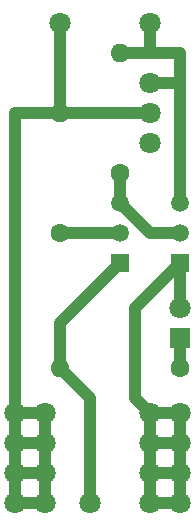
<source format=gbr>
%TF.GenerationSoftware,KiCad,Pcbnew,7.0.8*%
%TF.CreationDate,2023-10-09T16:54:35-07:00*%
%TF.ProjectId,decoder_head,6465636f-6465-4725-9f68-6561642e6b69,rev?*%
%TF.SameCoordinates,Original*%
%TF.FileFunction,Copper,L1,Top*%
%TF.FilePolarity,Positive*%
%FSLAX46Y46*%
G04 Gerber Fmt 4.6, Leading zero omitted, Abs format (unit mm)*
G04 Created by KiCad (PCBNEW 7.0.8) date 2023-10-09 16:54:35*
%MOMM*%
%LPD*%
G01*
G04 APERTURE LIST*
%TA.AperFunction,ComponentPad*%
%ADD10C,1.800000*%
%TD*%
%TA.AperFunction,ComponentPad*%
%ADD11C,1.600000*%
%TD*%
%TA.AperFunction,ComponentPad*%
%ADD12O,1.600000X1.600000*%
%TD*%
%TA.AperFunction,ComponentPad*%
%ADD13R,1.800000X1.800000*%
%TD*%
%TA.AperFunction,ComponentPad*%
%ADD14R,1.500000X1.500000*%
%TD*%
%TA.AperFunction,ComponentPad*%
%ADD15C,1.500000*%
%TD*%
%TA.AperFunction,Conductor*%
%ADD16C,1.000000*%
%TD*%
G04 APERTURE END LIST*
D10*
%TO.P,,1*%
%TO.N,N/C*%
X68580000Y-127000000D03*
%TD*%
%TO.P,,1*%
%TO.N,N/C*%
X57150000Y-127000000D03*
%TD*%
%TO.P,,1*%
%TO.N,N/C*%
X68580000Y-96520000D03*
%TD*%
%TO.P,GND,1*%
%TO.N,N/C*%
X63500000Y-127000000D03*
%TD*%
%TO.P,,1*%
%TO.N,N/C*%
X68580000Y-124460000D03*
%TD*%
%TO.P,,1*%
%TO.N,N/C*%
X59690000Y-119380000D03*
%TD*%
%TO.P,IN,1*%
%TO.N,N/C*%
X60960000Y-86360000D03*
%TD*%
D11*
%TO.P,1K,1*%
%TO.N,N/C*%
X66040000Y-99060000D03*
D12*
%TO.P,1K,2*%
X66040000Y-88900000D03*
%TD*%
D10*
%TO.P,,1*%
%TO.N,N/C*%
X68580000Y-93980000D03*
%TD*%
%TO.P,,1*%
%TO.N,N/C*%
X71120000Y-124460000D03*
%TD*%
%TO.P,,1*%
%TO.N,N/C*%
X57150000Y-119380000D03*
%TD*%
%TO.P,,1*%
%TO.N,N/C*%
X59690000Y-121920000D03*
%TD*%
%TO.P,,1*%
%TO.N,N/C*%
X71120000Y-121920000D03*
%TD*%
D13*
%TO.P,REF\u002A\u002A,1*%
%TO.N,N/C*%
X71120000Y-113030000D03*
D10*
%TO.P,REF\u002A\u002A,2*%
X71120000Y-110490000D03*
%TD*%
%TO.P,,1*%
%TO.N,N/C*%
X57150000Y-121920000D03*
%TD*%
%TO.P,,1*%
%TO.N,N/C*%
X71120000Y-127000000D03*
%TD*%
%TO.P,,1*%
%TO.N,N/C*%
X57150000Y-124460000D03*
%TD*%
D14*
%TO.P,BUFFER,1*%
%TO.N,N/C*%
X71120000Y-106680000D03*
D15*
%TO.P,BUFFER,2*%
X71120000Y-104140000D03*
%TO.P,BUFFER,3*%
X71120000Y-101600000D03*
%TD*%
D10*
%TO.P,,1*%
%TO.N,N/C*%
X59690000Y-124460000D03*
%TD*%
%TO.P,,1*%
%TO.N,N/C*%
X68580000Y-121920000D03*
%TD*%
%TO.P,,1*%
%TO.N,N/C*%
X71120000Y-119380000D03*
%TD*%
D11*
%TO.P,10K,1*%
%TO.N,N/C*%
X60960000Y-104140000D03*
D12*
%TO.P,10K,2*%
X60960000Y-93980000D03*
%TD*%
D11*
%TO.P,1K,1*%
%TO.N,N/C*%
X71120000Y-115570000D03*
D12*
%TO.P,1K,2*%
X60960000Y-115570000D03*
%TD*%
D14*
%TO.P,NOT,1*%
%TO.N,N/C*%
X66040000Y-106680000D03*
D15*
%TO.P,NOT,2*%
X66040000Y-104140000D03*
%TO.P,NOT,3*%
X66040000Y-101600000D03*
%TD*%
D10*
%TO.P,5V,1*%
%TO.N,N/C*%
X68580000Y-86360000D03*
%TD*%
%TO.P,,1*%
%TO.N,N/C*%
X68580000Y-91440000D03*
%TD*%
%TO.P,,1*%
%TO.N,N/C*%
X68580000Y-119380000D03*
%TD*%
%TO.P,Q,1*%
%TO.N,N/C*%
X59690000Y-127000000D03*
%TD*%
D16*
%TO.N,*%
X67310000Y-118110000D02*
X67310000Y-110490000D01*
X71120000Y-106680000D02*
X71120000Y-110490000D01*
X71120000Y-106680000D02*
X67310000Y-110490000D01*
X71120000Y-127000000D02*
X71120000Y-119380000D01*
X59690000Y-119380000D02*
X59690000Y-127000000D01*
X71120000Y-113030000D02*
X71120000Y-115570000D01*
X57150000Y-127000000D02*
X57150000Y-93980000D01*
X68580000Y-93980000D02*
X60960000Y-93980000D01*
X71120000Y-119380000D02*
X68580000Y-119380000D01*
X63500000Y-127000000D02*
X63500000Y-118110000D01*
X59690000Y-124460000D02*
X57150000Y-124460000D01*
X71120000Y-88900000D02*
X68580000Y-88900000D01*
X68580000Y-91440000D02*
X71120000Y-91440000D01*
X71120000Y-91440000D02*
X71120000Y-88900000D01*
X71120000Y-121920000D02*
X68580000Y-121920000D01*
X63500000Y-118110000D02*
X60960000Y-115570000D01*
X68580000Y-119380000D02*
X68580000Y-127000000D01*
X57150000Y-121920000D02*
X59690000Y-121920000D01*
X68580000Y-124460000D02*
X71120000Y-124460000D01*
X66040000Y-88900000D02*
X68580000Y-88900000D01*
X60960000Y-86360000D02*
X60960000Y-93980000D01*
X60960000Y-111760000D02*
X66040000Y-106680000D01*
X68580000Y-88900000D02*
X68580000Y-86360000D01*
X68580000Y-119380000D02*
X67310000Y-118110000D01*
X57150000Y-93980000D02*
X60960000Y-93980000D01*
X60960000Y-115570000D02*
X60960000Y-111760000D01*
X68580000Y-104140000D02*
X71120000Y-104140000D01*
X60960000Y-104140000D02*
X66040000Y-104140000D01*
X68580000Y-127000000D02*
X71120000Y-127000000D01*
X57150000Y-119380000D02*
X59690000Y-119380000D01*
X66040000Y-101600000D02*
X68580000Y-104140000D01*
X66040000Y-101600000D02*
X66040000Y-99060000D01*
X57150000Y-127000000D02*
X59690000Y-127000000D01*
X71120000Y-101600000D02*
X71120000Y-91440000D01*
%TD*%
M02*

</source>
